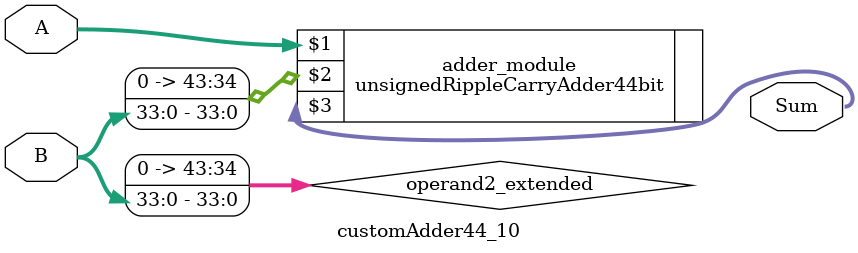
<source format=v>
module customAdder44_10(
                        input [43 : 0] A,
                        input [33 : 0] B,
                        
                        output [44 : 0] Sum
                );

        wire [43 : 0] operand2_extended;
        
        assign operand2_extended =  {10'b0, B};
        
        unsignedRippleCarryAdder44bit adder_module(
            A,
            operand2_extended,
            Sum
        );
        
        endmodule
        
</source>
